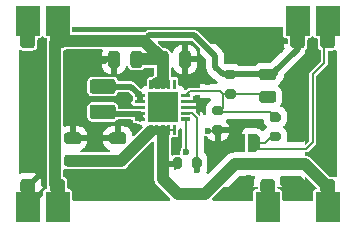
<source format=gtl>
G04 #@! TF.GenerationSoftware,KiCad,Pcbnew,9.0.1+1*
G04 #@! TF.CreationDate,2025-11-12T15:34:44+00:00*
G04 #@! TF.ProjectId,high-efficiency_dc-dc_converter,68696768-2d65-4666-9669-6369656e6379,rev?*
G04 #@! TF.SameCoordinates,Original*
G04 #@! TF.FileFunction,Copper,L1,Top*
G04 #@! TF.FilePolarity,Positive*
%FSLAX46Y46*%
G04 Gerber Fmt 4.6, Leading zero omitted, Abs format (unit mm)*
G04 Created by KiCad (PCBNEW 9.0.1+1) date 2025-11-12 15:34:44*
%MOMM*%
%LPD*%
G01*
G04 APERTURE LIST*
G04 #@! TA.AperFunction,SMDPad,CuDef*
%ADD10R,2.640000X2.640000*%
G04 #@! TD*
G04 #@! TA.AperFunction,CastellatedPad*
%ADD11R,2.000000X2.540000*%
G04 #@! TD*
G04 #@! TA.AperFunction,ViaPad*
%ADD12C,0.600000*%
G04 #@! TD*
G04 #@! TA.AperFunction,Conductor*
%ADD13C,0.500000*%
G04 #@! TD*
G04 #@! TA.AperFunction,Conductor*
%ADD14C,1.000000*%
G04 #@! TD*
G04 #@! TA.AperFunction,Conductor*
%ADD15C,0.200000*%
G04 #@! TD*
G04 #@! TA.AperFunction,Conductor*
%ADD16C,0.750000*%
G04 #@! TD*
G04 APERTURE END LIST*
G04 #@! TA.AperFunction,SMDPad,CuDef*
G36*
G01*
X58895000Y-45265000D02*
X57945000Y-45265000D01*
G75*
G02*
X57695000Y-45015000I0J250000D01*
G01*
X57695000Y-44515000D01*
G75*
G02*
X57945000Y-44265000I250000J0D01*
G01*
X58895000Y-44265000D01*
G75*
G02*
X59145000Y-44515000I0J-250000D01*
G01*
X59145000Y-45015000D01*
G75*
G02*
X58895000Y-45265000I-250000J0D01*
G01*
G37*
G04 #@! TD.AperFunction*
G04 #@! TA.AperFunction,SMDPad,CuDef*
G36*
G01*
X58895000Y-43365000D02*
X57945000Y-43365000D01*
G75*
G02*
X57695000Y-43115000I0J250000D01*
G01*
X57695000Y-42615000D01*
G75*
G02*
X57945000Y-42365000I250000J0D01*
G01*
X58895000Y-42365000D01*
G75*
G02*
X59145000Y-42615000I0J-250000D01*
G01*
X59145000Y-43115000D01*
G75*
G02*
X58895000Y-43365000I-250000J0D01*
G01*
G37*
G04 #@! TD.AperFunction*
G04 #@! TA.AperFunction,SMDPad,CuDef*
G36*
G01*
X71480000Y-40685000D02*
X72030000Y-40685000D01*
G75*
G02*
X72230000Y-40885000I0J-200000D01*
G01*
X72230000Y-41285000D01*
G75*
G02*
X72030000Y-41485000I-200000J0D01*
G01*
X71480000Y-41485000D01*
G75*
G02*
X71280000Y-41285000I0J200000D01*
G01*
X71280000Y-40885000D01*
G75*
G02*
X71480000Y-40685000I200000J0D01*
G01*
G37*
G04 #@! TD.AperFunction*
G04 #@! TA.AperFunction,SMDPad,CuDef*
G36*
G01*
X71480000Y-42335000D02*
X72030000Y-42335000D01*
G75*
G02*
X72230000Y-42535000I0J-200000D01*
G01*
X72230000Y-42935000D01*
G75*
G02*
X72030000Y-43135000I-200000J0D01*
G01*
X71480000Y-43135000D01*
G75*
G02*
X71280000Y-42935000I0J200000D01*
G01*
X71280000Y-42535000D01*
G75*
G02*
X71480000Y-42335000I200000J0D01*
G01*
G37*
G04 #@! TD.AperFunction*
G04 #@! TA.AperFunction,SMDPad,CuDef*
G36*
G01*
X59885000Y-39346250D02*
X59885000Y-39143750D01*
G75*
G02*
X59918750Y-39110000I33750J0D01*
G01*
X60681250Y-39110000D01*
G75*
G02*
X60715000Y-39143750I0J-33750D01*
G01*
X60715000Y-39346250D01*
G75*
G02*
X60681250Y-39380000I-33750J0D01*
G01*
X59918750Y-39380000D01*
G75*
G02*
X59885000Y-39346250I0J33750D01*
G01*
G37*
G04 #@! TD.AperFunction*
G04 #@! TA.AperFunction,SMDPad,CuDef*
G36*
G01*
X59885000Y-39846250D02*
X59885000Y-39643750D01*
G75*
G02*
X59918750Y-39610000I33750J0D01*
G01*
X60681250Y-39610000D01*
G75*
G02*
X60715000Y-39643750I0J-33750D01*
G01*
X60715000Y-39846250D01*
G75*
G02*
X60681250Y-39880000I-33750J0D01*
G01*
X59918750Y-39880000D01*
G75*
G02*
X59885000Y-39846250I0J33750D01*
G01*
G37*
G04 #@! TD.AperFunction*
G04 #@! TA.AperFunction,SMDPad,CuDef*
G36*
G01*
X59885000Y-40346250D02*
X59885000Y-40143750D01*
G75*
G02*
X59918750Y-40110000I33750J0D01*
G01*
X60681250Y-40110000D01*
G75*
G02*
X60715000Y-40143750I0J-33750D01*
G01*
X60715000Y-40346250D01*
G75*
G02*
X60681250Y-40380000I-33750J0D01*
G01*
X59918750Y-40380000D01*
G75*
G02*
X59885000Y-40346250I0J33750D01*
G01*
G37*
G04 #@! TD.AperFunction*
G04 #@! TA.AperFunction,SMDPad,CuDef*
G36*
G01*
X59885000Y-40846250D02*
X59885000Y-40643750D01*
G75*
G02*
X59918750Y-40610000I33750J0D01*
G01*
X60681250Y-40610000D01*
G75*
G02*
X60715000Y-40643750I0J-33750D01*
G01*
X60715000Y-40846250D01*
G75*
G02*
X60681250Y-40880000I-33750J0D01*
G01*
X59918750Y-40880000D01*
G75*
G02*
X59885000Y-40846250I0J33750D01*
G01*
G37*
G04 #@! TD.AperFunction*
G04 #@! TA.AperFunction,SMDPad,CuDef*
G36*
G01*
X59885000Y-41346250D02*
X59885000Y-41143750D01*
G75*
G02*
X59918750Y-41110000I33750J0D01*
G01*
X60681250Y-41110000D01*
G75*
G02*
X60715000Y-41143750I0J-33750D01*
G01*
X60715000Y-41346250D01*
G75*
G02*
X60681250Y-41380000I-33750J0D01*
G01*
X59918750Y-41380000D01*
G75*
G02*
X59885000Y-41346250I0J33750D01*
G01*
G37*
G04 #@! TD.AperFunction*
G04 #@! TA.AperFunction,SMDPad,CuDef*
G36*
G01*
X61100000Y-42561250D02*
X61100000Y-41798750D01*
G75*
G02*
X61133750Y-41765000I33750J0D01*
G01*
X61336250Y-41765000D01*
G75*
G02*
X61370000Y-41798750I0J-33750D01*
G01*
X61370000Y-42561250D01*
G75*
G02*
X61336250Y-42595000I-33750J0D01*
G01*
X61133750Y-42595000D01*
G75*
G02*
X61100000Y-42561250I0J33750D01*
G01*
G37*
G04 #@! TD.AperFunction*
G04 #@! TA.AperFunction,SMDPad,CuDef*
G36*
G01*
X61600000Y-42561250D02*
X61600000Y-41798750D01*
G75*
G02*
X61633750Y-41765000I33750J0D01*
G01*
X61836250Y-41765000D01*
G75*
G02*
X61870000Y-41798750I0J-33750D01*
G01*
X61870000Y-42561250D01*
G75*
G02*
X61836250Y-42595000I-33750J0D01*
G01*
X61633750Y-42595000D01*
G75*
G02*
X61600000Y-42561250I0J33750D01*
G01*
G37*
G04 #@! TD.AperFunction*
G04 #@! TA.AperFunction,SMDPad,CuDef*
G36*
G01*
X62100000Y-42561250D02*
X62100000Y-41798750D01*
G75*
G02*
X62133750Y-41765000I33750J0D01*
G01*
X62336250Y-41765000D01*
G75*
G02*
X62370000Y-41798750I0J-33750D01*
G01*
X62370000Y-42561250D01*
G75*
G02*
X62336250Y-42595000I-33750J0D01*
G01*
X62133750Y-42595000D01*
G75*
G02*
X62100000Y-42561250I0J33750D01*
G01*
G37*
G04 #@! TD.AperFunction*
G04 #@! TA.AperFunction,SMDPad,CuDef*
G36*
G01*
X62600000Y-42561250D02*
X62600000Y-41798750D01*
G75*
G02*
X62633750Y-41765000I33750J0D01*
G01*
X62836250Y-41765000D01*
G75*
G02*
X62870000Y-41798750I0J-33750D01*
G01*
X62870000Y-42561250D01*
G75*
G02*
X62836250Y-42595000I-33750J0D01*
G01*
X62633750Y-42595000D01*
G75*
G02*
X62600000Y-42561250I0J33750D01*
G01*
G37*
G04 #@! TD.AperFunction*
G04 #@! TA.AperFunction,SMDPad,CuDef*
G36*
G01*
X63100000Y-42561250D02*
X63100000Y-41798750D01*
G75*
G02*
X63133750Y-41765000I33750J0D01*
G01*
X63336250Y-41765000D01*
G75*
G02*
X63370000Y-41798750I0J-33750D01*
G01*
X63370000Y-42561250D01*
G75*
G02*
X63336250Y-42595000I-33750J0D01*
G01*
X63133750Y-42595000D01*
G75*
G02*
X63100000Y-42561250I0J33750D01*
G01*
G37*
G04 #@! TD.AperFunction*
G04 #@! TA.AperFunction,SMDPad,CuDef*
G36*
G01*
X63755000Y-41346250D02*
X63755000Y-41143750D01*
G75*
G02*
X63788750Y-41110000I33750J0D01*
G01*
X64551250Y-41110000D01*
G75*
G02*
X64585000Y-41143750I0J-33750D01*
G01*
X64585000Y-41346250D01*
G75*
G02*
X64551250Y-41380000I-33750J0D01*
G01*
X63788750Y-41380000D01*
G75*
G02*
X63755000Y-41346250I0J33750D01*
G01*
G37*
G04 #@! TD.AperFunction*
G04 #@! TA.AperFunction,SMDPad,CuDef*
G36*
G01*
X63755000Y-40846250D02*
X63755000Y-40643750D01*
G75*
G02*
X63788750Y-40610000I33750J0D01*
G01*
X64551250Y-40610000D01*
G75*
G02*
X64585000Y-40643750I0J-33750D01*
G01*
X64585000Y-40846250D01*
G75*
G02*
X64551250Y-40880000I-33750J0D01*
G01*
X63788750Y-40880000D01*
G75*
G02*
X63755000Y-40846250I0J33750D01*
G01*
G37*
G04 #@! TD.AperFunction*
G04 #@! TA.AperFunction,SMDPad,CuDef*
G36*
G01*
X63755000Y-40346250D02*
X63755000Y-40143750D01*
G75*
G02*
X63788750Y-40110000I33750J0D01*
G01*
X64551250Y-40110000D01*
G75*
G02*
X64585000Y-40143750I0J-33750D01*
G01*
X64585000Y-40346250D01*
G75*
G02*
X64551250Y-40380000I-33750J0D01*
G01*
X63788750Y-40380000D01*
G75*
G02*
X63755000Y-40346250I0J33750D01*
G01*
G37*
G04 #@! TD.AperFunction*
G04 #@! TA.AperFunction,SMDPad,CuDef*
G36*
G01*
X63755000Y-39846250D02*
X63755000Y-39643750D01*
G75*
G02*
X63788750Y-39610000I33750J0D01*
G01*
X64551250Y-39610000D01*
G75*
G02*
X64585000Y-39643750I0J-33750D01*
G01*
X64585000Y-39846250D01*
G75*
G02*
X64551250Y-39880000I-33750J0D01*
G01*
X63788750Y-39880000D01*
G75*
G02*
X63755000Y-39846250I0J33750D01*
G01*
G37*
G04 #@! TD.AperFunction*
G04 #@! TA.AperFunction,SMDPad,CuDef*
G36*
G01*
X63755000Y-39346250D02*
X63755000Y-39143750D01*
G75*
G02*
X63788750Y-39110000I33750J0D01*
G01*
X64551250Y-39110000D01*
G75*
G02*
X64585000Y-39143750I0J-33750D01*
G01*
X64585000Y-39346250D01*
G75*
G02*
X64551250Y-39380000I-33750J0D01*
G01*
X63788750Y-39380000D01*
G75*
G02*
X63755000Y-39346250I0J33750D01*
G01*
G37*
G04 #@! TD.AperFunction*
G04 #@! TA.AperFunction,SMDPad,CuDef*
G36*
G01*
X63100000Y-38691250D02*
X63100000Y-37928750D01*
G75*
G02*
X63133750Y-37895000I33750J0D01*
G01*
X63336250Y-37895000D01*
G75*
G02*
X63370000Y-37928750I0J-33750D01*
G01*
X63370000Y-38691250D01*
G75*
G02*
X63336250Y-38725000I-33750J0D01*
G01*
X63133750Y-38725000D01*
G75*
G02*
X63100000Y-38691250I0J33750D01*
G01*
G37*
G04 #@! TD.AperFunction*
G04 #@! TA.AperFunction,SMDPad,CuDef*
G36*
G01*
X62600000Y-38691250D02*
X62600000Y-37928750D01*
G75*
G02*
X62633750Y-37895000I33750J0D01*
G01*
X62836250Y-37895000D01*
G75*
G02*
X62870000Y-37928750I0J-33750D01*
G01*
X62870000Y-38691250D01*
G75*
G02*
X62836250Y-38725000I-33750J0D01*
G01*
X62633750Y-38725000D01*
G75*
G02*
X62600000Y-38691250I0J33750D01*
G01*
G37*
G04 #@! TD.AperFunction*
G04 #@! TA.AperFunction,SMDPad,CuDef*
G36*
G01*
X62100000Y-38691250D02*
X62100000Y-37928750D01*
G75*
G02*
X62133750Y-37895000I33750J0D01*
G01*
X62336250Y-37895000D01*
G75*
G02*
X62370000Y-37928750I0J-33750D01*
G01*
X62370000Y-38691250D01*
G75*
G02*
X62336250Y-38725000I-33750J0D01*
G01*
X62133750Y-38725000D01*
G75*
G02*
X62100000Y-38691250I0J33750D01*
G01*
G37*
G04 #@! TD.AperFunction*
G04 #@! TA.AperFunction,SMDPad,CuDef*
G36*
G01*
X61600000Y-38691250D02*
X61600000Y-37928750D01*
G75*
G02*
X61633750Y-37895000I33750J0D01*
G01*
X61836250Y-37895000D01*
G75*
G02*
X61870000Y-37928750I0J-33750D01*
G01*
X61870000Y-38691250D01*
G75*
G02*
X61836250Y-38725000I-33750J0D01*
G01*
X61633750Y-38725000D01*
G75*
G02*
X61600000Y-38691250I0J33750D01*
G01*
G37*
G04 #@! TD.AperFunction*
G04 #@! TA.AperFunction,SMDPad,CuDef*
G36*
G01*
X61100000Y-38691250D02*
X61100000Y-37928750D01*
G75*
G02*
X61133750Y-37895000I33750J0D01*
G01*
X61336250Y-37895000D01*
G75*
G02*
X61370000Y-37928750I0J-33750D01*
G01*
X61370000Y-38691250D01*
G75*
G02*
X61336250Y-38725000I-33750J0D01*
G01*
X61133750Y-38725000D01*
G75*
G02*
X61100000Y-38691250I0J33750D01*
G01*
G37*
G04 #@! TD.AperFunction*
D10*
X62235000Y-40245000D03*
G04 #@! TA.AperFunction,SMDPad,CuDef*
G36*
G01*
X55085000Y-45265000D02*
X54135000Y-45265000D01*
G75*
G02*
X53885000Y-45015000I0J250000D01*
G01*
X53885000Y-44515000D01*
G75*
G02*
X54135000Y-44265000I250000J0D01*
G01*
X55085000Y-44265000D01*
G75*
G02*
X55335000Y-44515000I0J-250000D01*
G01*
X55335000Y-45015000D01*
G75*
G02*
X55085000Y-45265000I-250000J0D01*
G01*
G37*
G04 #@! TD.AperFunction*
G04 #@! TA.AperFunction,SMDPad,CuDef*
G36*
G01*
X55085000Y-43365000D02*
X54135000Y-43365000D01*
G75*
G02*
X53885000Y-43115000I0J250000D01*
G01*
X53885000Y-42615000D01*
G75*
G02*
X54135000Y-42365000I250000J0D01*
G01*
X55085000Y-42365000D01*
G75*
G02*
X55335000Y-42615000I0J-250000D01*
G01*
X55335000Y-43115000D01*
G75*
G02*
X55085000Y-43365000I-250000J0D01*
G01*
G37*
G04 #@! TD.AperFunction*
G04 #@! TA.AperFunction,SMDPad,CuDef*
G36*
G01*
X60505000Y-35720000D02*
X60505000Y-36670000D01*
G75*
G02*
X60255000Y-36920000I-250000J0D01*
G01*
X59755000Y-36920000D01*
G75*
G02*
X59505000Y-36670000I0J250000D01*
G01*
X59505000Y-35720000D01*
G75*
G02*
X59755000Y-35470000I250000J0D01*
G01*
X60255000Y-35470000D01*
G75*
G02*
X60505000Y-35720000I0J-250000D01*
G01*
G37*
G04 #@! TD.AperFunction*
G04 #@! TA.AperFunction,SMDPad,CuDef*
G36*
G01*
X58605000Y-35720000D02*
X58605000Y-36670000D01*
G75*
G02*
X58355000Y-36920000I-250000J0D01*
G01*
X57855000Y-36920000D01*
G75*
G02*
X57605000Y-36670000I0J250000D01*
G01*
X57605000Y-35720000D01*
G75*
G02*
X57855000Y-35470000I250000J0D01*
G01*
X58355000Y-35470000D01*
G75*
G02*
X58605000Y-35720000I0J-250000D01*
G01*
G37*
G04 #@! TD.AperFunction*
G04 #@! TA.AperFunction,SMDPad,CuDef*
G36*
X69170000Y-44000000D02*
G01*
X68670000Y-44000000D01*
X68670000Y-43995722D01*
X68604737Y-43995722D01*
X68478658Y-43961940D01*
X68365619Y-43896677D01*
X68273323Y-43804381D01*
X68208060Y-43691342D01*
X68174278Y-43565263D01*
X68174278Y-43500000D01*
X68170000Y-43500000D01*
X68170000Y-43000000D01*
X68174278Y-43000000D01*
X68174278Y-42934737D01*
X68208060Y-42808658D01*
X68273323Y-42695619D01*
X68365619Y-42603323D01*
X68478658Y-42538060D01*
X68604737Y-42504278D01*
X68670000Y-42504278D01*
X68670000Y-42500000D01*
X69170000Y-42500000D01*
X69170000Y-44000000D01*
G37*
G04 #@! TD.AperFunction*
G04 #@! TA.AperFunction,SMDPad,CuDef*
G36*
X69970000Y-42504278D02*
G01*
X70035263Y-42504278D01*
X70161342Y-42538060D01*
X70274381Y-42603323D01*
X70366677Y-42695619D01*
X70431940Y-42808658D01*
X70465722Y-42934737D01*
X70465722Y-43000000D01*
X70470000Y-43000000D01*
X70470000Y-43500000D01*
X70465722Y-43500000D01*
X70465722Y-43565263D01*
X70431940Y-43691342D01*
X70366677Y-43804381D01*
X70274381Y-43896677D01*
X70161342Y-43961940D01*
X70035263Y-43995722D01*
X69970000Y-43995722D01*
X69970000Y-44000000D01*
X69470000Y-44000000D01*
X69470000Y-42500000D01*
X69970000Y-42500000D01*
X69970000Y-42504278D01*
G37*
G04 #@! TD.AperFunction*
G04 #@! TA.AperFunction,SMDPad,CuDef*
G36*
G01*
X66605000Y-40125000D02*
X67155000Y-40125000D01*
G75*
G02*
X67355000Y-40325000I0J-200000D01*
G01*
X67355000Y-40725000D01*
G75*
G02*
X67155000Y-40925000I-200000J0D01*
G01*
X66605000Y-40925000D01*
G75*
G02*
X66405000Y-40725000I0J200000D01*
G01*
X66405000Y-40325000D01*
G75*
G02*
X66605000Y-40125000I200000J0D01*
G01*
G37*
G04 #@! TD.AperFunction*
G04 #@! TA.AperFunction,SMDPad,CuDef*
G36*
G01*
X66605000Y-41775000D02*
X67155000Y-41775000D01*
G75*
G02*
X67355000Y-41975000I0J-200000D01*
G01*
X67355000Y-42375000D01*
G75*
G02*
X67155000Y-42575000I-200000J0D01*
G01*
X66605000Y-42575000D01*
G75*
G02*
X66405000Y-42375000I0J200000D01*
G01*
X66405000Y-41975000D01*
G75*
G02*
X66605000Y-41775000I200000J0D01*
G01*
G37*
G04 #@! TD.AperFunction*
G04 #@! TA.AperFunction,SMDPad,CuDef*
G36*
G01*
X61730000Y-36670000D02*
X61730000Y-35720000D01*
G75*
G02*
X61980000Y-35470000I250000J0D01*
G01*
X62480000Y-35470000D01*
G75*
G02*
X62730000Y-35720000I0J-250000D01*
G01*
X62730000Y-36670000D01*
G75*
G02*
X62480000Y-36920000I-250000J0D01*
G01*
X61980000Y-36920000D01*
G75*
G02*
X61730000Y-36670000I0J250000D01*
G01*
G37*
G04 #@! TD.AperFunction*
G04 #@! TA.AperFunction,SMDPad,CuDef*
G36*
G01*
X63630000Y-36670000D02*
X63630000Y-35720000D01*
G75*
G02*
X63880000Y-35470000I250000J0D01*
G01*
X64380000Y-35470000D01*
G75*
G02*
X64630000Y-35720000I0J-250000D01*
G01*
X64630000Y-36670000D01*
G75*
G02*
X64380000Y-36920000I-250000J0D01*
G01*
X63880000Y-36920000D01*
G75*
G02*
X63630000Y-36670000I0J250000D01*
G01*
G37*
G04 #@! TD.AperFunction*
G04 #@! TA.AperFunction,SMDPad,CuDef*
G36*
G01*
X63075000Y-45235000D02*
X63075000Y-44685000D01*
G75*
G02*
X63275000Y-44485000I200000J0D01*
G01*
X63675000Y-44485000D01*
G75*
G02*
X63875000Y-44685000I0J-200000D01*
G01*
X63875000Y-45235000D01*
G75*
G02*
X63675000Y-45435000I-200000J0D01*
G01*
X63275000Y-45435000D01*
G75*
G02*
X63075000Y-45235000I0J200000D01*
G01*
G37*
G04 #@! TD.AperFunction*
G04 #@! TA.AperFunction,SMDPad,CuDef*
G36*
G01*
X64725000Y-45235000D02*
X64725000Y-44685000D01*
G75*
G02*
X64925000Y-44485000I200000J0D01*
G01*
X65325000Y-44485000D01*
G75*
G02*
X65525000Y-44685000I0J-200000D01*
G01*
X65525000Y-45235000D01*
G75*
G02*
X65325000Y-45435000I-200000J0D01*
G01*
X64925000Y-45435000D01*
G75*
G02*
X64725000Y-45235000I0J200000D01*
G01*
G37*
G04 #@! TD.AperFunction*
G04 #@! TA.AperFunction,SMDPad,CuDef*
G36*
G01*
X67670000Y-37065000D02*
X68220000Y-37065000D01*
G75*
G02*
X68420000Y-37265000I0J-200000D01*
G01*
X68420000Y-37665000D01*
G75*
G02*
X68220000Y-37865000I-200000J0D01*
G01*
X67670000Y-37865000D01*
G75*
G02*
X67470000Y-37665000I0J200000D01*
G01*
X67470000Y-37265000D01*
G75*
G02*
X67670000Y-37065000I200000J0D01*
G01*
G37*
G04 #@! TD.AperFunction*
G04 #@! TA.AperFunction,SMDPad,CuDef*
G36*
G01*
X67670000Y-38715000D02*
X68220000Y-38715000D01*
G75*
G02*
X68420000Y-38915000I0J-200000D01*
G01*
X68420000Y-39315000D01*
G75*
G02*
X68220000Y-39515000I-200000J0D01*
G01*
X67670000Y-39515000D01*
G75*
G02*
X67470000Y-39315000I0J200000D01*
G01*
X67470000Y-38915000D01*
G75*
G02*
X67670000Y-38715000I200000J0D01*
G01*
G37*
G04 #@! TD.AperFunction*
G04 #@! TA.AperFunction,SMDPad,CuDef*
G36*
G01*
X58000000Y-41265000D02*
X56300000Y-41265000D01*
G75*
G02*
X56050000Y-41015000I0J250000D01*
G01*
X56050000Y-40265000D01*
G75*
G02*
X56300000Y-40015000I250000J0D01*
G01*
X58000000Y-40015000D01*
G75*
G02*
X58250000Y-40265000I0J-250000D01*
G01*
X58250000Y-41015000D01*
G75*
G02*
X58000000Y-41265000I-250000J0D01*
G01*
G37*
G04 #@! TD.AperFunction*
G04 #@! TA.AperFunction,SMDPad,CuDef*
G36*
G01*
X58000000Y-39115000D02*
X56300000Y-39115000D01*
G75*
G02*
X56050000Y-38865000I0J250000D01*
G01*
X56050000Y-38115000D01*
G75*
G02*
X56300000Y-37865000I250000J0D01*
G01*
X58000000Y-37865000D01*
G75*
G02*
X58250000Y-38115000I0J-250000D01*
G01*
X58250000Y-38865000D01*
G75*
G02*
X58000000Y-39115000I-250000J0D01*
G01*
G37*
G04 #@! TD.AperFunction*
G04 #@! TA.AperFunction,SMDPad,CuDef*
G36*
G01*
X70645000Y-36965000D02*
X71595000Y-36965000D01*
G75*
G02*
X71845000Y-37215000I0J-250000D01*
G01*
X71845000Y-37715000D01*
G75*
G02*
X71595000Y-37965000I-250000J0D01*
G01*
X70645000Y-37965000D01*
G75*
G02*
X70395000Y-37715000I0J250000D01*
G01*
X70395000Y-37215000D01*
G75*
G02*
X70645000Y-36965000I250000J0D01*
G01*
G37*
G04 #@! TD.AperFunction*
G04 #@! TA.AperFunction,SMDPad,CuDef*
G36*
G01*
X70645000Y-38865000D02*
X71595000Y-38865000D01*
G75*
G02*
X71845000Y-39115000I0J-250000D01*
G01*
X71845000Y-39615000D01*
G75*
G02*
X71595000Y-39865000I-250000J0D01*
G01*
X70645000Y-39865000D01*
G75*
G02*
X70395000Y-39615000I0J250000D01*
G01*
X70395000Y-39115000D01*
G75*
G02*
X70645000Y-38865000I250000J0D01*
G01*
G37*
G04 #@! TD.AperFunction*
D11*
X76200000Y-48655000D03*
G04 #@! TA.AperFunction,ComponentPad*
G36*
G01*
X75825000Y-46330000D02*
X76575000Y-46330000D01*
G75*
G02*
X76825000Y-46580000I0J-250000D01*
G01*
X76825000Y-47330000D01*
G75*
G02*
X76575000Y-47580000I-250000J0D01*
G01*
X75825000Y-47580000D01*
G75*
G02*
X75575000Y-47330000I0J250000D01*
G01*
X75575000Y-46580000D01*
G75*
G02*
X75825000Y-46330000I250000J0D01*
G01*
G37*
G04 #@! TD.AperFunction*
X71120000Y-48655000D03*
G04 #@! TA.AperFunction,ComponentPad*
G36*
G01*
X70745000Y-46330000D02*
X71495000Y-46330000D01*
G75*
G02*
X71745000Y-46580000I0J-250000D01*
G01*
X71745000Y-47330000D01*
G75*
G02*
X71495000Y-47580000I-250000J0D01*
G01*
X70745000Y-47580000D01*
G75*
G02*
X70495000Y-47330000I0J250000D01*
G01*
X70495000Y-46580000D01*
G75*
G02*
X70745000Y-46330000I250000J0D01*
G01*
G37*
G04 #@! TD.AperFunction*
X53340000Y-48655000D03*
G04 #@! TA.AperFunction,ComponentPad*
G36*
G01*
X52965000Y-46330000D02*
X53715000Y-46330000D01*
G75*
G02*
X53965000Y-46580000I0J-250000D01*
G01*
X53965000Y-47330000D01*
G75*
G02*
X53715000Y-47580000I-250000J0D01*
G01*
X52965000Y-47580000D01*
G75*
G02*
X52715000Y-47330000I0J250000D01*
G01*
X52715000Y-46580000D01*
G75*
G02*
X52965000Y-46330000I250000J0D01*
G01*
G37*
G04 #@! TD.AperFunction*
X50800000Y-48655000D03*
G04 #@! TA.AperFunction,ComponentPad*
G36*
G01*
X50425000Y-46330000D02*
X51175000Y-46330000D01*
G75*
G02*
X51425000Y-46580000I0J-250000D01*
G01*
X51425000Y-47330000D01*
G75*
G02*
X51175000Y-47580000I-250000J0D01*
G01*
X50425000Y-47580000D01*
G75*
G02*
X50175000Y-47330000I0J250000D01*
G01*
X50175000Y-46580000D01*
G75*
G02*
X50425000Y-46330000I250000J0D01*
G01*
G37*
G04 #@! TD.AperFunction*
G04 #@! TA.AperFunction,ComponentPad*
G36*
G01*
X75825000Y-33990000D02*
X76575000Y-33990000D01*
G75*
G02*
X76825000Y-34240000I0J-250000D01*
G01*
X76825000Y-34990000D01*
G75*
G02*
X76575000Y-35240000I-250000J0D01*
G01*
X75825000Y-35240000D01*
G75*
G02*
X75575000Y-34990000I0J250000D01*
G01*
X75575000Y-34240000D01*
G75*
G02*
X75825000Y-33990000I250000J0D01*
G01*
G37*
G04 #@! TD.AperFunction*
X76200000Y-32915000D03*
G04 #@! TA.AperFunction,ComponentPad*
G36*
G01*
X73285000Y-33990000D02*
X74035000Y-33990000D01*
G75*
G02*
X74285000Y-34240000I0J-250000D01*
G01*
X74285000Y-34990000D01*
G75*
G02*
X74035000Y-35240000I-250000J0D01*
G01*
X73285000Y-35240000D01*
G75*
G02*
X73035000Y-34990000I0J250000D01*
G01*
X73035000Y-34240000D01*
G75*
G02*
X73285000Y-33990000I250000J0D01*
G01*
G37*
G04 #@! TD.AperFunction*
X73660000Y-32915000D03*
G04 #@! TA.AperFunction,ComponentPad*
G36*
G01*
X52965000Y-33990000D02*
X53715000Y-33990000D01*
G75*
G02*
X53965000Y-34240000I0J-250000D01*
G01*
X53965000Y-34990000D01*
G75*
G02*
X53715000Y-35240000I-250000J0D01*
G01*
X52965000Y-35240000D01*
G75*
G02*
X52715000Y-34990000I0J250000D01*
G01*
X52715000Y-34240000D01*
G75*
G02*
X52965000Y-33990000I250000J0D01*
G01*
G37*
G04 #@! TD.AperFunction*
X53340000Y-32915000D03*
G04 #@! TA.AperFunction,ComponentPad*
G36*
G01*
X50425000Y-33990000D02*
X51175000Y-33990000D01*
G75*
G02*
X51425000Y-34240000I0J-250000D01*
G01*
X51425000Y-34990000D01*
G75*
G02*
X51175000Y-35240000I-250000J0D01*
G01*
X50425000Y-35240000D01*
G75*
G02*
X50175000Y-34990000I0J250000D01*
G01*
X50175000Y-34240000D01*
G75*
G02*
X50425000Y-33990000I250000J0D01*
G01*
G37*
G04 #@! TD.AperFunction*
X50800000Y-32915000D03*
D12*
X69580000Y-46200000D03*
X57430000Y-42865000D03*
X65390000Y-40410000D03*
X61595000Y-39370000D03*
X72450000Y-46560000D03*
X76350000Y-45530000D03*
X55080000Y-47020000D03*
X61595000Y-40640000D03*
X62230000Y-40005000D03*
X62865000Y-39370000D03*
X65080000Y-39550000D03*
X54250000Y-36010000D03*
X66040000Y-38100000D03*
X60890000Y-44540000D03*
X68690000Y-42190000D03*
X54480000Y-41130000D03*
X64130000Y-35120000D03*
X73025000Y-39370000D03*
X71810000Y-34550000D03*
X66070000Y-42250000D03*
X55680000Y-42840000D03*
X62865000Y-40640000D03*
X74900000Y-35860000D03*
X57270000Y-36330000D03*
X73660000Y-42545000D03*
X63290000Y-43540000D03*
X69850000Y-36195000D03*
X59330000Y-40040000D03*
X72200000Y-35360000D03*
X65150000Y-45570000D03*
X64220000Y-44030000D03*
D13*
X62235000Y-45090000D02*
X63345000Y-45090000D01*
D14*
X62230000Y-45095000D02*
X62230000Y-45690000D01*
X58420000Y-44765000D02*
X58735000Y-44765000D01*
D15*
X61005000Y-42180000D02*
X61235000Y-42180000D01*
X63235000Y-45455000D02*
X63475000Y-45215000D01*
D16*
X61235000Y-42180000D02*
X62235000Y-42180000D01*
D15*
X63235000Y-42180000D02*
X62735000Y-42180000D01*
D14*
X63500000Y-47625000D02*
X65775000Y-47625000D01*
X62230000Y-46355000D02*
X63500000Y-47625000D01*
X58735000Y-44765000D02*
X61235000Y-42265000D01*
D15*
X63475000Y-45215000D02*
X63475000Y-44960000D01*
D14*
X65775000Y-47625000D02*
X68330000Y-45070000D01*
X62235000Y-42265000D02*
X62235000Y-45090000D01*
X62235000Y-45090000D02*
X62230000Y-45095000D01*
D13*
X63345000Y-45090000D02*
X63475000Y-44960000D01*
D14*
X62230000Y-45690000D02*
X62230000Y-46355000D01*
X68330000Y-45070000D02*
X74315000Y-45070000D01*
X54610000Y-44765000D02*
X58420000Y-44765000D01*
X74315000Y-45070000D02*
X76200000Y-46955000D01*
D15*
X65080000Y-39580000D02*
X65160000Y-39660000D01*
X65160000Y-39730000D02*
X65145000Y-39745000D01*
X64170000Y-40245000D02*
X65225000Y-40245000D01*
D13*
X64130000Y-36195000D02*
X64130000Y-35120000D01*
X57430000Y-42865000D02*
X58420000Y-42865000D01*
D15*
X66400000Y-42290000D02*
X66765000Y-42290000D01*
X59330000Y-40040000D02*
X59510000Y-40040000D01*
X65160000Y-39660000D02*
X65160000Y-39730000D01*
D13*
X55655000Y-42865000D02*
X55680000Y-42840000D01*
D15*
X65225000Y-40245000D02*
X65390000Y-40410000D01*
X66765000Y-42290000D02*
X66880000Y-42175000D01*
X59715000Y-40245000D02*
X60300000Y-40245000D01*
X65080000Y-39550000D02*
X65080000Y-39580000D01*
X59510000Y-40040000D02*
X59715000Y-40245000D01*
D13*
X54610000Y-42865000D02*
X55655000Y-42865000D01*
D15*
X66360000Y-42250000D02*
X66400000Y-42290000D01*
D13*
X57405000Y-36195000D02*
X58105000Y-36195000D01*
D15*
X66070000Y-42250000D02*
X66360000Y-42250000D01*
D13*
X57270000Y-36330000D02*
X57405000Y-36195000D01*
D15*
X65145000Y-39745000D02*
X64170000Y-39745000D01*
D13*
X66675000Y-36830000D02*
X66675000Y-35925000D01*
D14*
X62230000Y-37465000D02*
X62230000Y-38220000D01*
X62230000Y-38220000D02*
X62235000Y-38225000D01*
D13*
X61105000Y-34160000D02*
X60650000Y-34615000D01*
X64910000Y-34160000D02*
X61105000Y-34160000D01*
D14*
X60650000Y-34615000D02*
X62230000Y-36195000D01*
X53340000Y-34615000D02*
X60650000Y-34615000D01*
D13*
X73660000Y-35270000D02*
X71465000Y-37465000D01*
D14*
X53120000Y-46770000D02*
X53305000Y-46955000D01*
D13*
X71755000Y-37465000D02*
X67310000Y-37465000D01*
D14*
X62230000Y-36195000D02*
X62230000Y-37465000D01*
X61820000Y-38225000D02*
X61735000Y-38225000D01*
X53340000Y-34615000D02*
X53120000Y-34835000D01*
D15*
X62235000Y-36200000D02*
X62230000Y-36195000D01*
D14*
X62230000Y-37815000D02*
X61820000Y-38225000D01*
X60005000Y-36195000D02*
X62230000Y-36195000D01*
X62230000Y-37465000D02*
X62230000Y-37815000D01*
D13*
X67310000Y-37465000D02*
X66675000Y-36830000D01*
X66675000Y-35925000D02*
X64910000Y-34160000D01*
D14*
X53120000Y-34835000D02*
X53120000Y-46770000D01*
D13*
X73660000Y-34615000D02*
X73660000Y-35270000D01*
X71465000Y-37465000D02*
X71120000Y-37465000D01*
D14*
X53305000Y-46955000D02*
X53340000Y-46955000D01*
D15*
X67310000Y-39115000D02*
X71505000Y-39115000D01*
X67075000Y-38880000D02*
X64535000Y-38880000D01*
X67310000Y-39115000D02*
X67310000Y-40285000D01*
X71310000Y-40640000D02*
X71755000Y-41085000D01*
X67310000Y-39115000D02*
X67075000Y-38880000D01*
X66880000Y-40525000D02*
X66970000Y-40525000D01*
X67085000Y-40640000D02*
X71310000Y-40640000D01*
X66970000Y-40525000D02*
X67085000Y-40640000D01*
X67070000Y-40525000D02*
X66880000Y-40525000D01*
X67310000Y-40285000D02*
X67070000Y-40525000D01*
X71505000Y-39115000D02*
X71755000Y-39365000D01*
X64535000Y-38880000D02*
X64170000Y-39245000D01*
X74930000Y-37465000D02*
X75920297Y-36474703D01*
X74380000Y-43760000D02*
X74930000Y-43210000D01*
X71580000Y-42735000D02*
X71755000Y-42735000D01*
X75920297Y-36474703D02*
X75920297Y-34894703D01*
X71755000Y-42735000D02*
X71395000Y-42735000D01*
X75920297Y-34894703D02*
X76200000Y-34615000D01*
X70880000Y-43250000D02*
X69970000Y-43250000D01*
X70480000Y-43760000D02*
X74380000Y-43760000D01*
X74930000Y-43210000D02*
X74930000Y-37465000D01*
X71395000Y-42735000D02*
X70880000Y-43250000D01*
X69970000Y-43250000D02*
X70480000Y-43760000D01*
D13*
X57150000Y-40640000D02*
X57340000Y-40830000D01*
X60300000Y-40830000D02*
X60300000Y-41245000D01*
X57340000Y-40830000D02*
X60300000Y-40830000D01*
X59545000Y-38490000D02*
X60300000Y-39245000D01*
X57150000Y-38490000D02*
X59545000Y-38490000D01*
X60300000Y-39245000D02*
X60300000Y-39660000D01*
D15*
X65150000Y-41150000D02*
X65150000Y-44935000D01*
X64745000Y-40745000D02*
X65150000Y-41150000D01*
X65150000Y-44985000D02*
X65125000Y-44960000D01*
X64170000Y-40745000D02*
X64745000Y-40745000D01*
X65150000Y-45570000D02*
X65150000Y-44985000D01*
X65150000Y-44935000D02*
X65125000Y-44960000D01*
X64170000Y-44070000D02*
X64180000Y-44070000D01*
X64170000Y-44070000D02*
X64170000Y-41245000D01*
X64180000Y-44070000D02*
X64220000Y-44030000D01*
G04 #@! TA.AperFunction,Conductor*
G36*
X70022346Y-46090185D02*
G01*
X70068101Y-46142989D01*
X70078045Y-46212147D01*
X70062890Y-46253955D01*
X70063240Y-46254118D01*
X70061404Y-46258054D01*
X70060845Y-46259596D01*
X70060186Y-46260666D01*
X70005001Y-46427203D01*
X70005001Y-46427204D01*
X70005000Y-46427204D01*
X69994500Y-46529983D01*
X69994500Y-46811533D01*
X69974815Y-46878572D01*
X69922011Y-46924327D01*
X69913836Y-46927714D01*
X69877665Y-46941205D01*
X69812484Y-46990000D01*
X67824920Y-46990000D01*
X68708102Y-46106819D01*
X68769425Y-46073334D01*
X68795783Y-46070500D01*
X69955307Y-46070500D01*
X70022346Y-46090185D01*
G37*
G04 #@! TD.AperFunction*
G04 #@! TA.AperFunction,Conductor*
G36*
X73916257Y-46090185D02*
G01*
X73936899Y-46106819D01*
X74295000Y-46464920D01*
X74295000Y-46990000D01*
X72427515Y-46990000D01*
X72362334Y-46941205D01*
X72362332Y-46941204D01*
X72326164Y-46927714D01*
X72270231Y-46885842D01*
X72245815Y-46820377D01*
X72245499Y-46811533D01*
X72245499Y-46529998D01*
X72245498Y-46529981D01*
X72234999Y-46427203D01*
X72234998Y-46427200D01*
X72216209Y-46370500D01*
X72179814Y-46260666D01*
X72179154Y-46259597D01*
X72178927Y-46258766D01*
X72176760Y-46254118D01*
X72177554Y-46253747D01*
X72160714Y-46192206D01*
X72181636Y-46125542D01*
X72235277Y-46080772D01*
X72284693Y-46070500D01*
X73849218Y-46070500D01*
X73916257Y-46090185D01*
G37*
G04 #@! TD.AperFunction*
G04 #@! TA.AperFunction,Conductor*
G36*
X70724108Y-41260185D02*
G01*
X70769863Y-41312989D01*
X70780560Y-41353278D01*
X70785913Y-41412192D01*
X70785913Y-41412194D01*
X70785914Y-41412196D01*
X70836522Y-41574606D01*
X70913512Y-41701963D01*
X70924530Y-41720188D01*
X71026661Y-41822319D01*
X71060146Y-41883642D01*
X71055162Y-41953334D01*
X71026661Y-41997681D01*
X70924531Y-42099810D01*
X70924530Y-42099811D01*
X70843376Y-42234056D01*
X70791848Y-42281244D01*
X70722988Y-42293082D01*
X70658660Y-42265813D01*
X70649580Y-42257590D01*
X70634449Y-42242459D01*
X70620768Y-42231961D01*
X70529767Y-42162132D01*
X70529749Y-42162120D01*
X70415751Y-42096303D01*
X70415750Y-42096302D01*
X70293829Y-42045800D01*
X70166658Y-42011724D01*
X70035833Y-41994500D01*
X70035826Y-41994500D01*
X69470000Y-41994500D01*
X69469997Y-41994500D01*
X69398059Y-41999644D01*
X69260005Y-42040182D01*
X69138969Y-42117967D01*
X69138965Y-42117971D01*
X69044750Y-42226700D01*
X69044744Y-42226709D01*
X68984976Y-42357580D01*
X68984975Y-42357585D01*
X68964500Y-42499999D01*
X68964500Y-43945500D01*
X68944815Y-44012539D01*
X68892011Y-44058294D01*
X68840500Y-44069500D01*
X68231454Y-44069500D01*
X68199391Y-44075876D01*
X68199392Y-44075877D01*
X68038170Y-44107946D01*
X68038164Y-44107948D01*
X67856088Y-44183366D01*
X67856079Y-44183371D01*
X67692219Y-44292859D01*
X67692215Y-44292862D01*
X66143766Y-45841312D01*
X66118481Y-45855118D01*
X66094746Y-45871450D01*
X66088194Y-45871656D01*
X66082443Y-45874797D01*
X66053704Y-45872741D01*
X66024911Y-45873648D01*
X66019289Y-45870280D01*
X66012751Y-45869813D01*
X65989686Y-45852546D01*
X65964973Y-45837742D01*
X65962063Y-45831868D01*
X65956818Y-45827941D01*
X65946751Y-45800951D01*
X65933963Y-45775131D01*
X65934053Y-45766908D01*
X65932401Y-45762477D01*
X65932853Y-45739854D01*
X65933438Y-45734613D01*
X65950500Y-45648842D01*
X65950500Y-45582004D01*
X65951268Y-45575135D01*
X65960442Y-45553248D01*
X65966396Y-45531893D01*
X65965400Y-45531445D01*
X65968345Y-45524900D01*
X65968384Y-45524760D01*
X65968478Y-45524606D01*
X66019086Y-45362196D01*
X66025500Y-45291616D01*
X66025500Y-44628384D01*
X66019086Y-44557804D01*
X65968478Y-44395394D01*
X65880472Y-44249815D01*
X65880470Y-44249813D01*
X65880469Y-44249811D01*
X65786819Y-44156161D01*
X65753334Y-44094838D01*
X65750500Y-44068480D01*
X65750500Y-42759374D01*
X65770185Y-42692335D01*
X65822989Y-42646580D01*
X65892147Y-42636636D01*
X65955703Y-42665661D01*
X65980617Y-42695224D01*
X66049927Y-42809877D01*
X66170122Y-42930072D01*
X66315604Y-43018019D01*
X66315603Y-43018019D01*
X66477894Y-43068590D01*
X66477892Y-43068590D01*
X66548418Y-43074999D01*
X67130000Y-43074999D01*
X67211581Y-43074999D01*
X67282102Y-43068591D01*
X67282107Y-43068590D01*
X67444396Y-43018018D01*
X67589877Y-42930072D01*
X67710072Y-42809877D01*
X67798019Y-42664395D01*
X67848590Y-42502106D01*
X67855000Y-42431572D01*
X67855000Y-42425000D01*
X67130000Y-42425000D01*
X67130000Y-43074999D01*
X66548418Y-43074999D01*
X66629999Y-43074998D01*
X66630000Y-43074998D01*
X66630000Y-42299000D01*
X66649685Y-42231961D01*
X66702489Y-42186206D01*
X66754000Y-42175000D01*
X66880000Y-42175000D01*
X66880000Y-42049000D01*
X66899685Y-41981961D01*
X66952489Y-41936206D01*
X67004000Y-41925000D01*
X67854999Y-41925000D01*
X67854999Y-41918417D01*
X67848591Y-41847897D01*
X67848590Y-41847892D01*
X67798018Y-41685603D01*
X67710072Y-41540122D01*
X67622131Y-41452181D01*
X67588646Y-41390858D01*
X67593630Y-41321166D01*
X67635502Y-41265233D01*
X67700966Y-41240816D01*
X67709812Y-41240500D01*
X70657069Y-41240500D01*
X70724108Y-41260185D01*
G37*
G04 #@! TD.AperFunction*
G04 #@! TA.AperFunction,Conductor*
G36*
X74295000Y-42995765D02*
G01*
X74167584Y-43123181D01*
X74106261Y-43156666D01*
X74079903Y-43159500D01*
X72851023Y-43159500D01*
X72783984Y-43139815D01*
X72738229Y-43087011D01*
X72727532Y-43024279D01*
X72730500Y-42991614D01*
X72730500Y-42478386D01*
X72726246Y-42431572D01*
X72724086Y-42407804D01*
X72673478Y-42245394D01*
X72585472Y-42099815D01*
X72585470Y-42099813D01*
X72585469Y-42099811D01*
X72483339Y-41997681D01*
X72449854Y-41936358D01*
X72454838Y-41866666D01*
X72483339Y-41822319D01*
X72585468Y-41720189D01*
X72585469Y-41720188D01*
X72585472Y-41720185D01*
X72673478Y-41574606D01*
X72724086Y-41412196D01*
X72730500Y-41341616D01*
X72730500Y-40828384D01*
X72724086Y-40757804D01*
X72673478Y-40595394D01*
X72585472Y-40449815D01*
X72585470Y-40449813D01*
X72585469Y-40449811D01*
X72465188Y-40329530D01*
X72465185Y-40329528D01*
X72319606Y-40241522D01*
X72319603Y-40241521D01*
X72279808Y-40229120D01*
X72221660Y-40190382D01*
X72193687Y-40126357D01*
X72204769Y-40057371D01*
X72211156Y-40045645D01*
X72279814Y-39934334D01*
X72334999Y-39767797D01*
X72345500Y-39665009D01*
X72345499Y-39497703D01*
X72349726Y-39465605D01*
X72355499Y-39444060D01*
X72355500Y-39444059D01*
X72355500Y-39285943D01*
X72355499Y-39285939D01*
X72349724Y-39264384D01*
X72345499Y-39232292D01*
X72345499Y-39064998D01*
X72345498Y-39064981D01*
X72334999Y-38962203D01*
X72334998Y-38962200D01*
X72279814Y-38795666D01*
X72187712Y-38646344D01*
X72063656Y-38522288D01*
X72060819Y-38520538D01*
X72059283Y-38518830D01*
X72057989Y-38517807D01*
X72058163Y-38517585D01*
X72014096Y-38468594D01*
X72002872Y-38399632D01*
X72030713Y-38335549D01*
X72060817Y-38309462D01*
X72063656Y-38307712D01*
X72187712Y-38183656D01*
X72279814Y-38034334D01*
X72286815Y-38013204D01*
X72316842Y-37964523D01*
X72337951Y-37943416D01*
X72420084Y-37820495D01*
X72476658Y-37683913D01*
X72505500Y-37538918D01*
X72505500Y-37537230D01*
X72505750Y-37536377D01*
X72506097Y-37532858D01*
X72506764Y-37532923D01*
X72525185Y-37470191D01*
X72541819Y-37449549D01*
X73369846Y-36621522D01*
X74242952Y-35748416D01*
X74250775Y-35736707D01*
X74266232Y-35723787D01*
X74278060Y-35707474D01*
X74295000Y-35698461D01*
X74295000Y-42995765D01*
G37*
G04 #@! TD.AperFunction*
G04 #@! TA.AperFunction,Conductor*
G36*
X66270155Y-39500185D02*
G01*
X66315910Y-39552989D01*
X66325854Y-39622147D01*
X66296829Y-39685703D01*
X66267267Y-39710615D01*
X66231839Y-39732033D01*
X66169811Y-39769530D01*
X66049530Y-39889811D01*
X65961522Y-40035393D01*
X65910913Y-40197807D01*
X65904500Y-40268386D01*
X65904500Y-40781614D01*
X65904619Y-40782924D01*
X65904570Y-40783169D01*
X65904627Y-40784413D01*
X65904500Y-40784418D01*
X65904500Y-40784426D01*
X65904322Y-40784426D01*
X65891082Y-40851470D01*
X65842635Y-40901815D01*
X65774660Y-40917976D01*
X65708739Y-40894822D01*
X65673741Y-40856145D01*
X65630522Y-40781287D01*
X65630521Y-40781286D01*
X65630520Y-40781284D01*
X65518716Y-40669480D01*
X65518715Y-40669479D01*
X65514385Y-40665149D01*
X65514374Y-40665139D01*
X65405000Y-40555765D01*
X65405000Y-39480500D01*
X66203116Y-39480500D01*
X66270155Y-39500185D01*
G37*
G04 #@! TD.AperFunction*
G04 #@! TA.AperFunction,Conductor*
G36*
X65888181Y-36199549D02*
G01*
X65921666Y-36260872D01*
X65924500Y-36287230D01*
X65924500Y-36903918D01*
X65924500Y-36903920D01*
X65924499Y-36903920D01*
X65953340Y-37048907D01*
X65953343Y-37048917D01*
X66009912Y-37185488D01*
X66009921Y-37185504D01*
X66025207Y-37208380D01*
X66025208Y-37208384D01*
X66025209Y-37208384D01*
X66092046Y-37308414D01*
X66092052Y-37308421D01*
X66604121Y-37820488D01*
X66727049Y-37943416D01*
X66831584Y-38047951D01*
X66847251Y-38058419D01*
X66855086Y-38065918D01*
X66867311Y-38087186D01*
X66883044Y-38106010D01*
X66884416Y-38116941D01*
X66889907Y-38126492D01*
X66888693Y-38150994D01*
X66891751Y-38175335D01*
X66886996Y-38185271D01*
X66886452Y-38196277D01*
X66872183Y-38216234D01*
X66861597Y-38238362D01*
X66852224Y-38244151D01*
X66845816Y-38253115D01*
X66823025Y-38262189D01*
X66802154Y-38275082D01*
X66784759Y-38277424D01*
X66780903Y-38278960D01*
X66777817Y-38278359D01*
X66769348Y-38279500D01*
X65405000Y-38279500D01*
X65405000Y-35716368D01*
X65888181Y-36199549D01*
G37*
G04 #@! TD.AperFunction*
G04 #@! TA.AperFunction,Conductor*
G36*
X72534501Y-35040008D02*
G01*
X72545001Y-35142797D01*
X72568588Y-35213979D01*
X72570132Y-35222234D01*
X72567427Y-35248986D01*
X72568351Y-35275850D01*
X72563927Y-35283606D01*
X72563104Y-35291749D01*
X72549603Y-35308721D01*
X72535925Y-35332705D01*
X71440449Y-36428181D01*
X71379126Y-36461666D01*
X71352768Y-36464500D01*
X70594998Y-36464500D01*
X70594980Y-36464501D01*
X70492203Y-36475000D01*
X70492200Y-36475001D01*
X70325668Y-36530185D01*
X70325663Y-36530187D01*
X70176342Y-36622289D01*
X70120451Y-36678181D01*
X70059128Y-36711666D01*
X70032770Y-36714500D01*
X68697977Y-36714500D01*
X68633828Y-36696617D01*
X68509606Y-36621522D01*
X68347196Y-36570914D01*
X68347194Y-36570913D01*
X68347192Y-36570913D01*
X68297778Y-36566423D01*
X68276616Y-36564500D01*
X67613384Y-36564500D01*
X67560720Y-36569285D01*
X67492175Y-36555748D01*
X67441829Y-36507300D01*
X67425500Y-36445794D01*
X67425500Y-35851079D01*
X67396659Y-35706092D01*
X67396658Y-35706091D01*
X67396658Y-35706087D01*
X67393499Y-35698461D01*
X67340086Y-35569508D01*
X67287295Y-35490500D01*
X67287295Y-35490499D01*
X67257956Y-35446589D01*
X67257952Y-35446584D01*
X66736368Y-34925000D01*
X72534501Y-34925000D01*
X72534501Y-35040008D01*
G37*
G04 #@! TD.AperFunction*
G04 #@! TA.AperFunction,Conductor*
G36*
X52152862Y-34272751D02*
G01*
X52173100Y-34296106D01*
X52195448Y-34329552D01*
X52261769Y-34373867D01*
X52261770Y-34373868D01*
X52320247Y-34385499D01*
X52320250Y-34385500D01*
X52320252Y-34385500D01*
X52362395Y-34385500D01*
X52389162Y-34393359D01*
X52416678Y-34398013D01*
X52422230Y-34403069D01*
X52429434Y-34405185D01*
X52447703Y-34426269D01*
X52468335Y-34445059D01*
X52470271Y-34452314D01*
X52475189Y-34457989D01*
X52479160Y-34485607D01*
X52486357Y-34512565D01*
X52484379Y-34521903D01*
X52485133Y-34527147D01*
X52480472Y-34547365D01*
X52478912Y-34552227D01*
X52446420Y-34630672D01*
X52435814Y-34683994D01*
X52434435Y-34690924D01*
X52434433Y-34690932D01*
X52419500Y-34766004D01*
X52419500Y-34766007D01*
X52419500Y-46701006D01*
X52419500Y-46838994D01*
X52419500Y-46838996D01*
X52419499Y-46838996D01*
X52446418Y-46974322D01*
X52446421Y-46974332D01*
X52462458Y-47013048D01*
X52469927Y-47082517D01*
X52438652Y-47144996D01*
X52381191Y-47179947D01*
X52364857Y-47184500D01*
X52320252Y-47184500D01*
X52261769Y-47196133D01*
X52217857Y-47225473D01*
X52198750Y-47230800D01*
X52183732Y-47230593D01*
X52175185Y-47269883D01*
X52169456Y-47279346D01*
X52151132Y-47306770D01*
X52151131Y-47306770D01*
X52139500Y-47365247D01*
X52139500Y-47617690D01*
X52119815Y-47684729D01*
X52103181Y-47705371D01*
X51690371Y-48118181D01*
X51629048Y-48151666D01*
X51602690Y-48154500D01*
X51508034Y-48154500D01*
X51464641Y-48049742D01*
X51382563Y-47926903D01*
X51278553Y-47822893D01*
X51978672Y-47122775D01*
X52039995Y-47089290D01*
X52045139Y-47089657D01*
X52050302Y-47077796D01*
X52053381Y-47058294D01*
X52063961Y-47046418D01*
X52070309Y-47031835D01*
X52077775Y-47023671D01*
X52109405Y-46992040D01*
X52042088Y-46941647D01*
X52005664Y-46928061D01*
X51949731Y-46886190D01*
X51925315Y-46820725D01*
X51924999Y-46811880D01*
X51924999Y-46530028D01*
X51924998Y-46530013D01*
X51914505Y-46427302D01*
X51859357Y-46260875D01*
X51854900Y-46253650D01*
X51175000Y-46933550D01*
X51175000Y-46905630D01*
X51149444Y-46810255D01*
X51100075Y-46724745D01*
X51030255Y-46654925D01*
X50944745Y-46605556D01*
X50849370Y-46580000D01*
X50821446Y-46580000D01*
X51501347Y-45900099D01*
X51494124Y-45895643D01*
X51494119Y-45895641D01*
X51327697Y-45840494D01*
X51327690Y-45840493D01*
X51224980Y-45830000D01*
X50375028Y-45830000D01*
X50375012Y-45830001D01*
X50272301Y-45840494D01*
X50193503Y-45866605D01*
X50123675Y-45869007D01*
X50063633Y-45833275D01*
X50032441Y-45770754D01*
X50030500Y-45748899D01*
X50030500Y-35502593D01*
X50050185Y-35435554D01*
X50102989Y-35389799D01*
X50172147Y-35379855D01*
X50203259Y-35389976D01*
X50203348Y-35389724D01*
X50212117Y-35392792D01*
X50212118Y-35392793D01*
X50240029Y-35402559D01*
X50340299Y-35437646D01*
X50370730Y-35440500D01*
X50370734Y-35440500D01*
X51229270Y-35440500D01*
X51259699Y-35437646D01*
X51259701Y-35437646D01*
X51331365Y-35412569D01*
X51387882Y-35392793D01*
X51497150Y-35312150D01*
X51577793Y-35202882D01*
X51604106Y-35127684D01*
X51622646Y-35074701D01*
X51622646Y-35074699D01*
X51625500Y-35044269D01*
X51625500Y-34509500D01*
X51645185Y-34442461D01*
X51697989Y-34396706D01*
X51749500Y-34385500D01*
X51819750Y-34385500D01*
X51819751Y-34385499D01*
X51834568Y-34382552D01*
X51878229Y-34373868D01*
X51878229Y-34373867D01*
X51878231Y-34373867D01*
X51944552Y-34329552D01*
X51966898Y-34296108D01*
X52020510Y-34251304D01*
X52089834Y-34242597D01*
X52152862Y-34272751D01*
G37*
G04 #@! TD.AperFunction*
G04 #@! TA.AperFunction,Conductor*
G36*
X61453834Y-43139336D02*
G01*
X61509767Y-43181208D01*
X61534184Y-43246672D01*
X61534500Y-43255518D01*
X61534500Y-44988658D01*
X61532116Y-45012850D01*
X61529500Y-45026007D01*
X61529500Y-45621007D01*
X61529500Y-46286006D01*
X61529500Y-46423994D01*
X61529500Y-46423996D01*
X61529499Y-46423996D01*
X61556418Y-46559322D01*
X61556421Y-46559332D01*
X61609222Y-46686807D01*
X61685887Y-46801545D01*
X61685888Y-46801546D01*
X62827162Y-47942819D01*
X62860647Y-48004142D01*
X62855663Y-48073834D01*
X62813791Y-48129767D01*
X62748327Y-48154184D01*
X62739481Y-48154500D01*
X54664500Y-48154500D01*
X54597461Y-48134815D01*
X54551706Y-48082011D01*
X54540500Y-48030500D01*
X54540500Y-47365249D01*
X54540499Y-47365247D01*
X54528868Y-47306770D01*
X54528867Y-47306769D01*
X54484552Y-47240447D01*
X54418230Y-47196132D01*
X54418229Y-47196131D01*
X54359752Y-47184500D01*
X54359748Y-47184500D01*
X54289500Y-47184500D01*
X54222461Y-47164815D01*
X54176706Y-47112011D01*
X54165500Y-47060500D01*
X54165500Y-46525730D01*
X54162646Y-46495300D01*
X54162646Y-46495298D01*
X54117793Y-46367119D01*
X54117792Y-46367117D01*
X54037150Y-46257850D01*
X53927882Y-46177207D01*
X53927880Y-46177206D01*
X53903542Y-46168689D01*
X53846767Y-46127966D01*
X53821022Y-46063013D01*
X53820500Y-46051649D01*
X53820500Y-45556996D01*
X53840185Y-45489957D01*
X53892989Y-45444202D01*
X53962147Y-45434258D01*
X53985448Y-45439953D01*
X54050301Y-45462646D01*
X54050300Y-45462646D01*
X54080730Y-45465500D01*
X54080734Y-45465500D01*
X58949270Y-45465500D01*
X58979699Y-45462646D01*
X58979701Y-45462646D01*
X59044546Y-45439955D01*
X59107882Y-45417793D01*
X59217150Y-45337150D01*
X59297793Y-45227882D01*
X59307294Y-45200727D01*
X59336652Y-45154003D01*
X61322820Y-43167835D01*
X61384142Y-43134352D01*
X61453834Y-43139336D01*
G37*
G04 #@! TD.AperFunction*
G04 #@! TA.AperFunction,Conductor*
G36*
X70294500Y-47060500D02*
G01*
X70274815Y-47127539D01*
X70222011Y-47173294D01*
X70170500Y-47184500D01*
X70100247Y-47184500D01*
X70041770Y-47196131D01*
X70041769Y-47196132D01*
X69975447Y-47240447D01*
X69931132Y-47306769D01*
X69931131Y-47306770D01*
X69919500Y-47365247D01*
X69919500Y-48030500D01*
X69899815Y-48097539D01*
X69847011Y-48143294D01*
X69795500Y-48154500D01*
X66535519Y-48154500D01*
X66468480Y-48134815D01*
X66422725Y-48082011D01*
X66412781Y-48012853D01*
X66441806Y-47949297D01*
X66447838Y-47942819D01*
X67400657Y-46990000D01*
X70294500Y-46990000D01*
X70294500Y-47060500D01*
G37*
G04 #@! TD.AperFunction*
G04 #@! TA.AperFunction,Conductor*
G36*
X75231899Y-46977556D02*
G01*
X75265384Y-47038879D01*
X75260400Y-47108571D01*
X75218528Y-47164504D01*
X75168411Y-47186854D01*
X75121769Y-47196132D01*
X75055447Y-47240447D01*
X75011132Y-47306769D01*
X75011131Y-47306770D01*
X74999500Y-47365247D01*
X74999500Y-48030500D01*
X74979815Y-48097539D01*
X74927011Y-48143294D01*
X74875500Y-48154500D01*
X72444500Y-48154500D01*
X72377461Y-48134815D01*
X72331706Y-48082011D01*
X72320500Y-48030500D01*
X72320500Y-47365249D01*
X72320499Y-47365247D01*
X72308868Y-47306770D01*
X72308867Y-47306769D01*
X72264552Y-47240447D01*
X72198230Y-47196132D01*
X72198229Y-47196131D01*
X72139752Y-47184500D01*
X72139748Y-47184500D01*
X72069500Y-47184500D01*
X72002461Y-47164815D01*
X71956706Y-47112011D01*
X71945500Y-47060500D01*
X71945500Y-46990000D01*
X74295000Y-46990000D01*
X74295000Y-46040657D01*
X75231899Y-46977556D01*
G37*
G04 #@! TD.AperFunction*
G04 #@! TA.AperFunction,Conductor*
G36*
X76921149Y-35404342D02*
G01*
X76962259Y-35460839D01*
X76969500Y-35502593D01*
X76969500Y-46067406D01*
X76949815Y-46134445D01*
X76897011Y-46180200D01*
X76827853Y-46190144D01*
X76796740Y-46180024D01*
X76796652Y-46180276D01*
X76659700Y-46132353D01*
X76629270Y-46129500D01*
X76629266Y-46129500D01*
X76416519Y-46129500D01*
X76349480Y-46109815D01*
X76328838Y-46093181D01*
X74761546Y-44525888D01*
X74761545Y-44525887D01*
X74646807Y-44449222D01*
X74519332Y-44396421D01*
X74519322Y-44396418D01*
X74383996Y-44369500D01*
X74383994Y-44369500D01*
X74383993Y-44369500D01*
X74295000Y-44369500D01*
X74295000Y-44060500D01*
X74419560Y-44060500D01*
X74419562Y-44060500D01*
X74495989Y-44040021D01*
X74564511Y-44000460D01*
X74620460Y-43944511D01*
X75170460Y-43394511D01*
X75186927Y-43365989D01*
X75210021Y-43325989D01*
X75230500Y-43249562D01*
X75230500Y-37640833D01*
X75250185Y-37573794D01*
X75266819Y-37553152D01*
X75713358Y-37106613D01*
X76160757Y-36659214D01*
X76170960Y-36641542D01*
X76200318Y-36590692D01*
X76220797Y-36514265D01*
X76220797Y-35564500D01*
X76240482Y-35497461D01*
X76293286Y-35451706D01*
X76344797Y-35440500D01*
X76629270Y-35440500D01*
X76659699Y-35437646D01*
X76659701Y-35437646D01*
X76759970Y-35402559D01*
X76787882Y-35392793D01*
X76787882Y-35392792D01*
X76796652Y-35389724D01*
X76797106Y-35391022D01*
X76856022Y-35379040D01*
X76921149Y-35404342D01*
G37*
G04 #@! TD.AperFunction*
G04 #@! TA.AperFunction,Conductor*
G36*
X63772384Y-42039060D02*
G01*
X63772985Y-42039023D01*
X63803050Y-42055805D01*
X63833181Y-42072258D01*
X63833468Y-42072784D01*
X63833994Y-42073078D01*
X63850200Y-42103427D01*
X63866666Y-42133581D01*
X63866757Y-42134431D01*
X63866906Y-42134710D01*
X63866855Y-42135339D01*
X63869500Y-42159939D01*
X63869500Y-43621324D01*
X63849815Y-43688363D01*
X63833181Y-43709005D01*
X63819502Y-43722683D01*
X63819500Y-43722686D01*
X63753608Y-43836812D01*
X63719500Y-43964108D01*
X63719500Y-44095896D01*
X63728212Y-44128409D01*
X63726548Y-44198258D01*
X63687385Y-44256120D01*
X63623156Y-44283623D01*
X63608437Y-44284500D01*
X63243482Y-44284500D01*
X63149695Y-44299354D01*
X63115794Y-44316628D01*
X63047125Y-44329524D01*
X62982385Y-44303247D01*
X62942128Y-44246141D01*
X62935500Y-44206143D01*
X62935500Y-42911749D01*
X62955185Y-42844710D01*
X63007989Y-42798955D01*
X63077147Y-42789011D01*
X63083692Y-42790132D01*
X63110677Y-42795500D01*
X63110680Y-42795500D01*
X63359322Y-42795500D01*
X63427650Y-42781908D01*
X63435501Y-42776662D01*
X63505135Y-42730135D01*
X63556908Y-42652650D01*
X63569322Y-42590243D01*
X63570500Y-42584322D01*
X63570500Y-42178422D01*
X63576896Y-42156637D01*
X63578727Y-42134009D01*
X63586551Y-42123756D01*
X63590185Y-42111383D01*
X63607340Y-42096517D01*
X63621117Y-42078467D01*
X63636222Y-42071491D01*
X63642989Y-42065628D01*
X63652250Y-42061842D01*
X63703250Y-42043359D01*
X63737579Y-42041224D01*
X63771858Y-42038773D01*
X63772384Y-42039060D01*
G37*
G04 #@! TD.AperFunction*
G04 #@! TA.AperFunction,Conductor*
G36*
X57094253Y-35335185D02*
G01*
X57140008Y-35387989D01*
X57149952Y-35457147D01*
X57144920Y-35478504D01*
X57115494Y-35567302D01*
X57115493Y-35567309D01*
X57105000Y-35670013D01*
X57105000Y-35945000D01*
X57981000Y-35945000D01*
X58048039Y-35964685D01*
X58093794Y-36017489D01*
X58105000Y-36069000D01*
X58105000Y-36195000D01*
X58231000Y-36195000D01*
X58298039Y-36214685D01*
X58343794Y-36267489D01*
X58355000Y-36319000D01*
X58355000Y-37419999D01*
X58404972Y-37419999D01*
X58404986Y-37419998D01*
X58507697Y-37409505D01*
X58674119Y-37354358D01*
X58674124Y-37354356D01*
X58823345Y-37262315D01*
X58947315Y-37138345D01*
X59039356Y-36989124D01*
X59039359Y-36989117D01*
X59095094Y-36820918D01*
X59134866Y-36763473D01*
X59199382Y-36736649D01*
X59268158Y-36748964D01*
X59319358Y-36796506D01*
X59329841Y-36818965D01*
X59352207Y-36882882D01*
X59432850Y-36992150D01*
X59542118Y-37072793D01*
X59584845Y-37087744D01*
X59670299Y-37117646D01*
X59700730Y-37120500D01*
X59700734Y-37120500D01*
X60309270Y-37120500D01*
X60339699Y-37117646D01*
X60339701Y-37117646D01*
X60403790Y-37095219D01*
X60467882Y-37072793D01*
X60577150Y-36992150D01*
X60611308Y-36945866D01*
X60666956Y-36903616D01*
X60711079Y-36895500D01*
X61405500Y-36895500D01*
X61472539Y-36915185D01*
X61518294Y-36967989D01*
X61529500Y-37019500D01*
X61529500Y-37469050D01*
X61526147Y-37480466D01*
X61527299Y-37492311D01*
X61516484Y-37513376D01*
X61509815Y-37536089D01*
X61500021Y-37545443D01*
X61495388Y-37554468D01*
X61478251Y-37566236D01*
X61467682Y-37576332D01*
X61460555Y-37580462D01*
X61403189Y-37604225D01*
X61296070Y-37675799D01*
X61292650Y-37677782D01*
X61262398Y-37685174D01*
X61232681Y-37694480D01*
X61230468Y-37694500D01*
X61110678Y-37694500D01*
X61042349Y-37708091D01*
X60964865Y-37759865D01*
X60913091Y-37837349D01*
X60899500Y-37905677D01*
X60899500Y-38311577D01*
X60879815Y-38378616D01*
X60827011Y-38424371D01*
X60814837Y-38428545D01*
X60814892Y-38428691D01*
X60672913Y-38481645D01*
X60672906Y-38481649D01*
X60557812Y-38567809D01*
X60516035Y-38623616D01*
X60460101Y-38665486D01*
X60390409Y-38670470D01*
X60329088Y-38636985D01*
X59821616Y-38129513D01*
X59821614Y-38129511D01*
X59770250Y-38099856D01*
X59718888Y-38070201D01*
X59701342Y-38065500D01*
X59694673Y-38063713D01*
X59694670Y-38063712D01*
X59645906Y-38050646D01*
X59604309Y-38039500D01*
X59604308Y-38039500D01*
X58538847Y-38039500D01*
X58471808Y-38019815D01*
X58426053Y-37967011D01*
X58421812Y-37956471D01*
X58402793Y-37902118D01*
X58322150Y-37792850D01*
X58212882Y-37712207D01*
X58212880Y-37712206D01*
X58084700Y-37667353D01*
X58054270Y-37664500D01*
X58054266Y-37664500D01*
X56245734Y-37664500D01*
X56245730Y-37664500D01*
X56215300Y-37667353D01*
X56215298Y-37667353D01*
X56087119Y-37712206D01*
X56087117Y-37712207D01*
X55977850Y-37792850D01*
X55897207Y-37902117D01*
X55897206Y-37902119D01*
X55852353Y-38030298D01*
X55852353Y-38030300D01*
X55849500Y-38060730D01*
X55849500Y-38919269D01*
X55852353Y-38949699D01*
X55852353Y-38949701D01*
X55897206Y-39077880D01*
X55897207Y-39077882D01*
X55977850Y-39187150D01*
X56087118Y-39267793D01*
X56129845Y-39282744D01*
X56215299Y-39312646D01*
X56245730Y-39315500D01*
X56245734Y-39315500D01*
X58054270Y-39315500D01*
X58084699Y-39312646D01*
X58084701Y-39312646D01*
X58154796Y-39288118D01*
X58212882Y-39267793D01*
X58322150Y-39187150D01*
X58402793Y-39077882D01*
X58421806Y-39023543D01*
X58462527Y-38966769D01*
X58527480Y-38941022D01*
X58538847Y-38940500D01*
X59307035Y-38940500D01*
X59374074Y-38960185D01*
X59394716Y-38976819D01*
X59648181Y-39230284D01*
X59681666Y-39291607D01*
X59683069Y-39299182D01*
X59684500Y-39308519D01*
X59684500Y-39369320D01*
X59698092Y-39437650D01*
X59706132Y-39449684D01*
X59710199Y-39476217D01*
X59707462Y-39496586D01*
X59709659Y-39517019D01*
X59702192Y-39542451D01*
X59698091Y-39552350D01*
X59686457Y-39610836D01*
X59654071Y-39672746D01*
X59639766Y-39685445D01*
X59537783Y-39762781D01*
X59449128Y-39879691D01*
X59449127Y-39879693D01*
X59395301Y-40016188D01*
X59395300Y-40016190D01*
X59385000Y-40101964D01*
X59385000Y-40110000D01*
X60176000Y-40110000D01*
X60184685Y-40112550D01*
X60193647Y-40111262D01*
X60217687Y-40122240D01*
X60243039Y-40129685D01*
X60248966Y-40136525D01*
X60257203Y-40140287D01*
X60271492Y-40162521D01*
X60288794Y-40182489D01*
X60291081Y-40193003D01*
X60294977Y-40199065D01*
X60300000Y-40234000D01*
X60300000Y-40255500D01*
X60280315Y-40322539D01*
X60227511Y-40368294D01*
X60176000Y-40379500D01*
X58574500Y-40379500D01*
X58507461Y-40359815D01*
X58461706Y-40307011D01*
X58450500Y-40255500D01*
X58450500Y-40210730D01*
X58447646Y-40180300D01*
X58447646Y-40180298D01*
X58407968Y-40066908D01*
X58402793Y-40052118D01*
X58322150Y-39942850D01*
X58212882Y-39862207D01*
X58212880Y-39862206D01*
X58084700Y-39817353D01*
X58054270Y-39814500D01*
X58054266Y-39814500D01*
X56245734Y-39814500D01*
X56245730Y-39814500D01*
X56215300Y-39817353D01*
X56215298Y-39817353D01*
X56087119Y-39862206D01*
X56087117Y-39862207D01*
X55977850Y-39942850D01*
X55897207Y-40052117D01*
X55897206Y-40052119D01*
X55852353Y-40180298D01*
X55852353Y-40180300D01*
X55849500Y-40210730D01*
X55849500Y-41069269D01*
X55852353Y-41099699D01*
X55852353Y-41099701D01*
X55897206Y-41227880D01*
X55897207Y-41227882D01*
X55977850Y-41337150D01*
X56087118Y-41417793D01*
X56129845Y-41432744D01*
X56215299Y-41462646D01*
X56245730Y-41465500D01*
X56245734Y-41465500D01*
X58054270Y-41465500D01*
X58084699Y-41462646D01*
X58084701Y-41462646D01*
X58156134Y-41437650D01*
X58212882Y-41417793D01*
X58322150Y-41337150D01*
X58326786Y-41330867D01*
X58382433Y-41288616D01*
X58426557Y-41280500D01*
X59565068Y-41280500D01*
X59632107Y-41300185D01*
X59677862Y-41352989D01*
X59686685Y-41380308D01*
X59698091Y-41437649D01*
X59698092Y-41437650D01*
X59749865Y-41515135D01*
X59791066Y-41542664D01*
X59827349Y-41566908D01*
X59895677Y-41580500D01*
X59895680Y-41580500D01*
X59948729Y-41580500D01*
X60015768Y-41600185D01*
X60022965Y-41605245D01*
X60023386Y-41605488D01*
X60023387Y-41605489D01*
X60126114Y-41664799D01*
X60240691Y-41695500D01*
X60240694Y-41695500D01*
X60343932Y-41695500D01*
X60410971Y-41715185D01*
X60451076Y-41757080D01*
X60513858Y-41864845D01*
X60520586Y-41892112D01*
X60530398Y-41918419D01*
X60528842Y-41925571D01*
X60530596Y-41932680D01*
X60521514Y-41959253D01*
X60515546Y-41986692D01*
X60509276Y-41995067D01*
X60508002Y-41998796D01*
X60504270Y-42001754D01*
X60494395Y-42014946D01*
X59856680Y-42652662D01*
X59795357Y-42686147D01*
X59725666Y-42681163D01*
X59669732Y-42639292D01*
X59645315Y-42573827D01*
X59645004Y-42565139D01*
X59644998Y-42565013D01*
X59634505Y-42462302D01*
X59579358Y-42295880D01*
X59579356Y-42295875D01*
X59487315Y-42146654D01*
X59363345Y-42022684D01*
X59214124Y-41930643D01*
X59214119Y-41930641D01*
X59047697Y-41875494D01*
X59047690Y-41875493D01*
X58944986Y-41865000D01*
X58670000Y-41865000D01*
X58670000Y-42741000D01*
X58650315Y-42808039D01*
X58597511Y-42853794D01*
X58546000Y-42865000D01*
X58420000Y-42865000D01*
X58420000Y-42991000D01*
X58400315Y-43058039D01*
X58347511Y-43103794D01*
X58296000Y-43115000D01*
X57195001Y-43115000D01*
X57195001Y-43164986D01*
X57205494Y-43267697D01*
X57260641Y-43434119D01*
X57260643Y-43434124D01*
X57352684Y-43583345D01*
X57476654Y-43707315D01*
X57625875Y-43799356D01*
X57625880Y-43799358D01*
X57696605Y-43822794D01*
X57754050Y-43862566D01*
X57780873Y-43927082D01*
X57768558Y-43995858D01*
X57721015Y-44047058D01*
X57657601Y-44064500D01*
X55372400Y-44064500D01*
X55305361Y-44044815D01*
X55259606Y-43992011D01*
X55249662Y-43922853D01*
X55278687Y-43859297D01*
X55333396Y-43822794D01*
X55404119Y-43799358D01*
X55404124Y-43799356D01*
X55553345Y-43707315D01*
X55677315Y-43583345D01*
X55769356Y-43434124D01*
X55769358Y-43434119D01*
X55824505Y-43267697D01*
X55824506Y-43267690D01*
X55834999Y-43164986D01*
X55835000Y-43164973D01*
X55835000Y-43115000D01*
X54734000Y-43115000D01*
X54666961Y-43095315D01*
X54621206Y-43042511D01*
X54610000Y-42991000D01*
X54610000Y-42865000D01*
X54484000Y-42865000D01*
X54416961Y-42845315D01*
X54371206Y-42792511D01*
X54360000Y-42741000D01*
X54360000Y-42615000D01*
X54860000Y-42615000D01*
X55834999Y-42615000D01*
X55834999Y-42565029D01*
X55834998Y-42565013D01*
X57195000Y-42565013D01*
X57195000Y-42615000D01*
X58170000Y-42615000D01*
X58170000Y-41865000D01*
X57895029Y-41865000D01*
X57895012Y-41865001D01*
X57792302Y-41875494D01*
X57625880Y-41930641D01*
X57625875Y-41930643D01*
X57476654Y-42022684D01*
X57352684Y-42146654D01*
X57260643Y-42295875D01*
X57260641Y-42295880D01*
X57205494Y-42462302D01*
X57205493Y-42462309D01*
X57195000Y-42565013D01*
X55834998Y-42565013D01*
X55834998Y-42565012D01*
X55824505Y-42462302D01*
X55769358Y-42295880D01*
X55769356Y-42295875D01*
X55677315Y-42146654D01*
X55553345Y-42022684D01*
X55404124Y-41930643D01*
X55404119Y-41930641D01*
X55237697Y-41875494D01*
X55237690Y-41875493D01*
X55134986Y-41865000D01*
X54860000Y-41865000D01*
X54860000Y-42615000D01*
X54360000Y-42615000D01*
X54360000Y-41865000D01*
X54085029Y-41865000D01*
X54085012Y-41865001D01*
X53982298Y-41875494D01*
X53975681Y-41876911D01*
X53975352Y-41875376D01*
X53913674Y-41877497D01*
X53853633Y-41841765D01*
X53822441Y-41779244D01*
X53820500Y-41757390D01*
X53820500Y-36719986D01*
X57105001Y-36719986D01*
X57115494Y-36822697D01*
X57170641Y-36989119D01*
X57170643Y-36989124D01*
X57262684Y-37138345D01*
X57386654Y-37262315D01*
X57535875Y-37354356D01*
X57535880Y-37354358D01*
X57702302Y-37409505D01*
X57702309Y-37409506D01*
X57770761Y-37416500D01*
X57855000Y-37416500D01*
X57855000Y-36445000D01*
X57105001Y-36445000D01*
X57105001Y-36719986D01*
X53820500Y-36719986D01*
X53820500Y-35518350D01*
X53840185Y-35451311D01*
X53879798Y-35412569D01*
X53891072Y-35405673D01*
X53927882Y-35392793D01*
X54004120Y-35336526D01*
X54008711Y-35333719D01*
X54037449Y-35325970D01*
X54065408Y-35315759D01*
X54073413Y-35315500D01*
X57027214Y-35315500D01*
X57094253Y-35335185D01*
G37*
G04 #@! TD.AperFunction*
G04 #@! TA.AperFunction,Conductor*
G36*
X75012862Y-34272751D02*
G01*
X75033100Y-34296106D01*
X75055448Y-34329552D01*
X75121769Y-34373867D01*
X75121770Y-34373868D01*
X75180247Y-34385499D01*
X75180250Y-34385500D01*
X75180252Y-34385500D01*
X75250500Y-34385500D01*
X75317539Y-34405185D01*
X75363294Y-34457989D01*
X75374500Y-34509500D01*
X75374500Y-35044269D01*
X75377353Y-35074699D01*
X75377353Y-35074701D01*
X75422206Y-35202880D01*
X75422207Y-35202882D01*
X75502849Y-35312149D01*
X75502851Y-35312151D01*
X75569430Y-35361288D01*
X75611681Y-35416935D01*
X75619797Y-35461058D01*
X75619797Y-36298870D01*
X75600112Y-36365909D01*
X75583478Y-36386551D01*
X74689541Y-37280487D01*
X74689535Y-37280495D01*
X74649982Y-37349004D01*
X74649979Y-37349009D01*
X74648546Y-37354358D01*
X74630958Y-37419999D01*
X74629500Y-37425439D01*
X74629500Y-43034167D01*
X74609815Y-43101206D01*
X74593181Y-43121848D01*
X74295000Y-43420029D01*
X74295000Y-35358018D01*
X74357150Y-35312150D01*
X74437793Y-35202882D01*
X74464106Y-35127684D01*
X74482646Y-35074701D01*
X74482646Y-35074699D01*
X74485500Y-35044269D01*
X74485500Y-34509500D01*
X74505185Y-34442461D01*
X74557989Y-34396706D01*
X74609500Y-34385500D01*
X74679750Y-34385500D01*
X74679751Y-34385499D01*
X74694568Y-34382552D01*
X74738229Y-34373868D01*
X74738229Y-34373867D01*
X74738231Y-34373867D01*
X74804552Y-34329552D01*
X74826898Y-34296108D01*
X74880510Y-34251304D01*
X74949834Y-34242597D01*
X75012862Y-34272751D01*
G37*
G04 #@! TD.AperFunction*
G04 #@! TA.AperFunction,Conductor*
G36*
X65405000Y-40990673D02*
G01*
X65391497Y-40967285D01*
X65390464Y-40965495D01*
X65390458Y-40965487D01*
X65082456Y-40657485D01*
X65048971Y-40596162D01*
X65053955Y-40526470D01*
X65054783Y-40524313D01*
X65074698Y-40473813D01*
X65074699Y-40473808D01*
X65085000Y-40388035D01*
X65085000Y-40380000D01*
X64294000Y-40380000D01*
X64285314Y-40377449D01*
X64276353Y-40378738D01*
X64252312Y-40367759D01*
X64226961Y-40360315D01*
X64221033Y-40353474D01*
X64212797Y-40349713D01*
X64198507Y-40327478D01*
X64181206Y-40307511D01*
X64178918Y-40296996D01*
X64175023Y-40290935D01*
X64170000Y-40256000D01*
X64170000Y-40234000D01*
X64189685Y-40166961D01*
X64242489Y-40121206D01*
X64294000Y-40110000D01*
X65084999Y-40110000D01*
X65084999Y-40101972D01*
X65073929Y-40009779D01*
X65073930Y-39980210D01*
X65085000Y-39888034D01*
X65085000Y-39880000D01*
X64294000Y-39880000D01*
X64285314Y-39877449D01*
X64276353Y-39878738D01*
X64252312Y-39867759D01*
X64226961Y-39860315D01*
X64221033Y-39853474D01*
X64212797Y-39849713D01*
X64198507Y-39827478D01*
X64181206Y-39807511D01*
X64178918Y-39796996D01*
X64175023Y-39790935D01*
X64170000Y-39756000D01*
X64170000Y-39734000D01*
X64189685Y-39666961D01*
X64242489Y-39621206D01*
X64294000Y-39610000D01*
X65084999Y-39610000D01*
X65084999Y-39601972D01*
X65074699Y-39516190D01*
X65020872Y-39379694D01*
X65020671Y-39379428D01*
X65020561Y-39379140D01*
X65016715Y-39372299D01*
X65017741Y-39371721D01*
X64995846Y-39314117D01*
X65010273Y-39245753D01*
X65059369Y-39196040D01*
X65119473Y-39180500D01*
X65405000Y-39180500D01*
X65405000Y-40990673D01*
G37*
G04 #@! TD.AperFunction*
G04 #@! TA.AperFunction,Conductor*
G36*
X64739074Y-34630185D02*
G01*
X64759716Y-34646819D01*
X65405000Y-35292103D01*
X65405000Y-38579500D01*
X64495438Y-38579500D01*
X64467620Y-38586954D01*
X64419009Y-38599979D01*
X64419004Y-38599982D01*
X64350495Y-38639535D01*
X64350491Y-38639538D01*
X64218666Y-38771363D01*
X64157343Y-38804847D01*
X64087651Y-38799863D01*
X64031718Y-38757991D01*
X64014803Y-38727014D01*
X63998354Y-38682913D01*
X63998350Y-38682906D01*
X63912190Y-38567812D01*
X63912187Y-38567809D01*
X63797093Y-38481649D01*
X63797086Y-38481645D01*
X63655108Y-38428691D01*
X63655915Y-38426525D01*
X63605253Y-38397664D01*
X63572878Y-38335747D01*
X63570500Y-38311577D01*
X63570500Y-37905677D01*
X63556908Y-37837349D01*
X63533545Y-37802384D01*
X63505135Y-37759865D01*
X63474098Y-37739127D01*
X63427650Y-37708091D01*
X63359322Y-37694500D01*
X63359320Y-37694500D01*
X63110680Y-37694500D01*
X63078690Y-37700863D01*
X63009099Y-37694634D01*
X62953922Y-37651771D01*
X62930678Y-37585881D01*
X62930500Y-37579245D01*
X62930500Y-36957400D01*
X62950185Y-36890361D01*
X63002989Y-36844606D01*
X63072147Y-36834662D01*
X63135703Y-36863687D01*
X63172206Y-36918396D01*
X63195641Y-36989119D01*
X63195643Y-36989124D01*
X63287684Y-37138345D01*
X63411654Y-37262315D01*
X63560875Y-37354356D01*
X63560880Y-37354358D01*
X63727302Y-37409505D01*
X63727309Y-37409506D01*
X63830019Y-37419999D01*
X64380000Y-37419999D01*
X64429972Y-37419999D01*
X64429986Y-37419998D01*
X64532697Y-37409505D01*
X64699119Y-37354358D01*
X64699124Y-37354356D01*
X64848345Y-37262315D01*
X64972315Y-37138345D01*
X65064356Y-36989124D01*
X65064358Y-36989119D01*
X65119505Y-36822697D01*
X65119506Y-36822690D01*
X65129999Y-36719986D01*
X65130000Y-36719973D01*
X65130000Y-36445000D01*
X64380000Y-36445000D01*
X64380000Y-37419999D01*
X63830019Y-37419999D01*
X63879999Y-37419998D01*
X63880000Y-37419998D01*
X63880000Y-35945000D01*
X64380000Y-35945000D01*
X65129999Y-35945000D01*
X65129999Y-35670028D01*
X65129998Y-35670013D01*
X65119505Y-35567302D01*
X65064358Y-35400880D01*
X65064356Y-35400875D01*
X64972315Y-35251654D01*
X64848345Y-35127684D01*
X64699124Y-35035643D01*
X64699119Y-35035641D01*
X64532697Y-34980494D01*
X64532690Y-34980493D01*
X64429986Y-34970000D01*
X64380000Y-34970000D01*
X64380000Y-35945000D01*
X63880000Y-35945000D01*
X63880000Y-34970000D01*
X63879999Y-34969999D01*
X63830029Y-34970000D01*
X63830011Y-34970001D01*
X63727302Y-34980494D01*
X63560880Y-35035641D01*
X63560875Y-35035643D01*
X63411654Y-35127684D01*
X63287684Y-35251654D01*
X63195643Y-35400875D01*
X63195641Y-35400880D01*
X63139905Y-35569082D01*
X63100132Y-35626527D01*
X63035617Y-35653350D01*
X62966841Y-35641035D01*
X62915641Y-35593492D01*
X62905158Y-35571033D01*
X62882793Y-35507119D01*
X62882792Y-35507117D01*
X62848799Y-35461058D01*
X62802150Y-35397850D01*
X62692882Y-35317207D01*
X62692880Y-35317206D01*
X62564700Y-35272353D01*
X62534270Y-35269500D01*
X62534266Y-35269500D01*
X62346518Y-35269500D01*
X62279479Y-35249815D01*
X62258837Y-35233181D01*
X61847838Y-34822181D01*
X61814353Y-34760858D01*
X61819337Y-34691166D01*
X61861209Y-34635233D01*
X61926673Y-34610816D01*
X61935519Y-34610500D01*
X64672035Y-34610500D01*
X64739074Y-34630185D01*
G37*
G04 #@! TD.AperFunction*
G04 #@! TA.AperFunction,Conductor*
G36*
X72402539Y-33435185D02*
G01*
X72448294Y-33487989D01*
X72459500Y-33539500D01*
X72459500Y-34204752D01*
X72471131Y-34263229D01*
X72471132Y-34263230D01*
X72515447Y-34329552D01*
X72581769Y-34373867D01*
X72581770Y-34373868D01*
X72640247Y-34385499D01*
X72640250Y-34385500D01*
X72640252Y-34385500D01*
X72710500Y-34385500D01*
X72777539Y-34405185D01*
X72823294Y-34457989D01*
X72834500Y-34509500D01*
X72834500Y-34925000D01*
X66312103Y-34925000D01*
X65186614Y-33799511D01*
X65135250Y-33769856D01*
X65083888Y-33740201D01*
X65071780Y-33736957D01*
X65059673Y-33733713D01*
X65059670Y-33733712D01*
X65021478Y-33723478D01*
X64969309Y-33709500D01*
X61045691Y-33709500D01*
X60955325Y-33733713D01*
X60955324Y-33733712D01*
X60931116Y-33740199D01*
X60931113Y-33740200D01*
X60828386Y-33799511D01*
X60828383Y-33799513D01*
X60749716Y-33878181D01*
X60688393Y-33911666D01*
X60662035Y-33914500D01*
X54664500Y-33914500D01*
X54597461Y-33894815D01*
X54551706Y-33842011D01*
X54540500Y-33790500D01*
X54540500Y-33539500D01*
X54560185Y-33472461D01*
X54612989Y-33426706D01*
X54664500Y-33415500D01*
X72335500Y-33415500D01*
X72402539Y-33435185D01*
G37*
G04 #@! TD.AperFunction*
M02*

</source>
